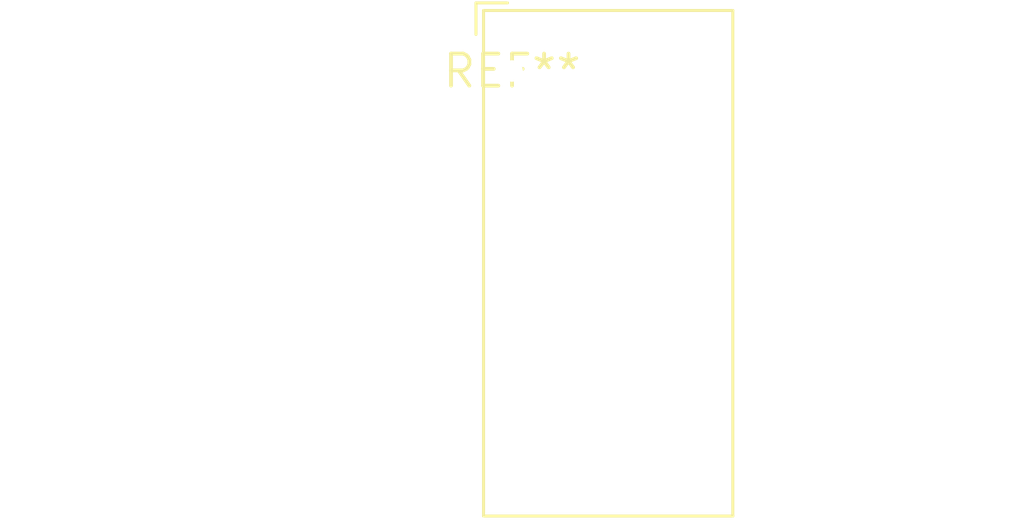
<source format=kicad_pcb>
(kicad_pcb (version 20240108) (generator pcbnew)
  (layers (0 "F.Cu" signal) (31 "B.Cu" signal) (34 "B.Paste" user) (35 "F.Paste" user) (36 "B.SilkS" user "B.Silkscreen") (37 "F.SilkS" user "F.Silkscreen") (38 "B.Mask" user) (39 "F.Mask" user) (44 "Edge.Cuts" user))
  (net 0 "")
  (footprint "Converter_DCDC_XP_POWER-IHxxxxDH_THT" (layer "F.Cu") (at 0 0)
    (property "Reference" "REF**")
    (property "Value" "Converter_DCDC_XP_POWER-IHxxxxDH_THT")
    (fp_line (start -1.43 -2.7) (end -1.43 -1.45) (layer "F.SilkS") (stroke (width 0.12)))
    (fp_line (start -1.13 -2.4) (end -1.13 17.64) (layer "F.SilkS") (stroke (width 0.12)))
    (fp_line (start -1.13 17.64) (end 8.75 17.64) (layer "F.SilkS") (stroke (width 0.12)))
    (fp_line (start -0.18 -2.7) (end -1.43 -2.7) (layer "F.SilkS") (stroke (width 0.12)))
    (fp_line (start 8.75 -2.4) (end -1.13 -2.4) (layer "F.SilkS") (stroke (width 0.12)))
    (fp_line (start 8.75 17.64) (end 8.75 -2.4) (layer "F.SilkS") (stroke (width 0.12)))
    (pad "1" thru_hole rect (at 0 0) (size 1.85 1.85) (drill 0.85) (layers *.Cu *.Mask) (remove_unused_layers))
    (pad "2" thru_hole circle (at 0 15.24) (size 1.85 1.85) (drill 0.85) (layers *.Cu *.Mask) (remove_unused_layers))
    (pad "3" thru_hole circle (at 7.62 0) (size 1.85 1.85) (drill 0.85) (layers *.Cu *.Mask) (remove_unused_layers))
    (pad "4" thru_hole circle (at 7.62 10.16) (size 1.85 1.85) (drill 0.85) (layers *.Cu *.Mask) (remove_unused_layers))
    (pad "5" thru_hole circle (at 7.62 15.24) (size 1.85 1.85) (drill 0.85) (layers *.Cu *.Mask) (remove_unused_layers))
    (pad "6" thru_hole circle (at 7.62 12.7) (size 1.85 1.85) (drill 0.85) (layers *.Cu *.Mask) (remove_unused_layers))
  )
)
</source>
